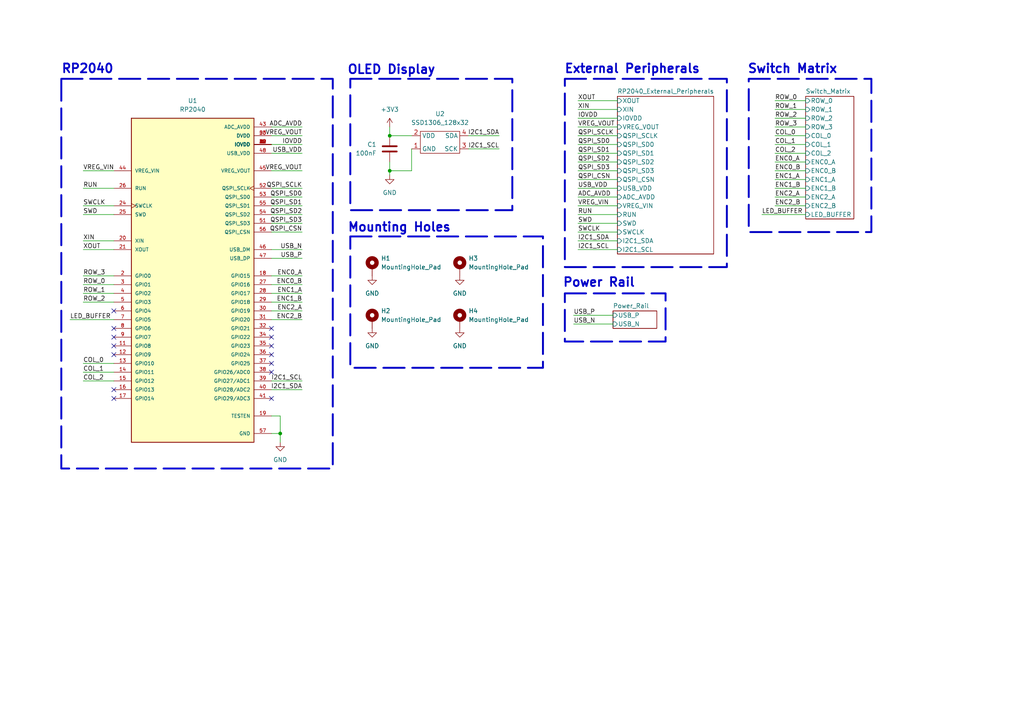
<source format=kicad_sch>
(kicad_sch (version 20231120) (generator "eeschema") (generator_version "8.0")
  (paper "A4")
  (title_block (title "RP2040_Macropad_3x3") (date "2025-08-30") (rev "V0_1") (company "Drag0th"))
  (lib_symbols
    (symbol "Device:C" (pin_numbers hide) (pin_names (offset 0.254))
      (property "Reference" "C" (at 0.635 2.54 0))
      (property "Value" "C" (at 0.635 -2.54 0))
      (symbol "C_0_1"
        (polyline (pts (xy -2.032 -0.762) (xy 2.032 -0.762)) (stroke (width 0.508)))
        (polyline (pts (xy -2.032 0.762) (xy 2.032 0.762)) (stroke (width 0.508)))
      )
      (symbol "C_1_1"
        (pin passive line (at 0 3.81 270) (length 2.794) (name "~") (number "1"))
        (pin passive line (at 0 -3.81 90) (length 2.794) (name "~") (number "2"))
      )
    )
    (symbol "KSZ_KiCad_Symbol_Library:RP2040" (pin_names (offset 1.016))
      (property "Reference" "U" (at -17.78 50.8 0))
      (property "Value" "RP2040" (at -17.78 -48.26 0))
      (symbol "RP2040_0_0"
        (rectangle (start -17.78 -45.72) (end 17.78 48.26) (stroke (width 0.254)) (fill (type background)))
        (pin power_in line (at 22.86 40.64 180) (length 5.08) (name "IOVDD") (number "1"))
        (pin power_in line (at 22.86 40.64 180) (length 5.08) (name "IOVDD") (number "10"))
        (pin bidirectional line (at -22.86 -17.78 0) (length 5.08) (name "GPIO8") (number "11"))
        (pin bidirectional line (at -22.86 -20.32 0) (length 5.08) (name "GPIO9") (number "12"))
        (pin bidirectional line (at -22.86 -22.86 0) (length 5.08) (name "GPIO10") (number "13"))
        (pin bidirectional line (at -22.86 -25.4 0) (length 5.08) (name "GPIO11") (number "14"))
        (pin bidirectional line (at -22.86 -27.94 0) (length 5.08) (name "GPIO12") (number "15"))
        (pin bidirectional line (at -22.86 -30.48 0) (length 5.08) (name "GPIO13") (number "16"))
        (pin bidirectional line (at -22.86 -33.02 0) (length 5.08) (name "GPIO14") (number "17"))
        (pin bidirectional line (at 22.86 2.54 180) (length 5.08) (name "GPIO15") (number "18"))
        (pin passive line (at 22.86 -38.1 180) (length 5.08) (name "TESTEN") (number "19"))
        (pin bidirectional line (at -22.86 2.54 0) (length 5.08) (name "GPIO0") (number "2"))
        (pin input line (at -22.86 12.7 0) (length 5.08) (name "XIN") (number "20"))
        (pin output line (at -22.86 10.16 0) (length 5.08) (name "XOUT") (number "21"))
        (pin power_in line (at 22.86 40.64 180) (length 5.08) (name "IOVDD") (number "22"))
        (pin power_in line (at 22.86 43.18 180) (length 5.08) (name "DVDD") (number "23"))
        (pin input clock (at -22.86 22.86 0) (length 5.08) (name "SWCLK") (number "24"))
        (pin bidirectional line (at -22.86 20.32 0) (length 5.08) (name "SWD") (number "25"))
        (pin input line (at -22.86 27.94 0) (length 5.08) (name "RUN") (number "26"))
        (pin bidirectional line (at 22.86 0 180) (length 5.08) (name "GPIO16") (number "27"))
        (pin bidirectional line (at 22.86 -2.54 180) (length 5.08) (name "GPIO17") (number "28"))
        (pin bidirectional line (at 22.86 -5.08 180) (length 5.08) (name "GPIO18") (number "29"))
        (pin bidirectional line (at -22.86 0 0) (length 5.08) (name "GPIO1") (number "3"))
        (pin bidirectional line (at 22.86 -7.62 180) (length 5.08) (name "GPIO19") (number "30"))
        (pin bidirectional line (at 22.86 -10.16 180) (length 5.08) (name "GPIO20") (number "31"))
        (pin bidirectional line (at 22.86 -12.7 180) (length 5.08) (name "GPIO21") (number "32"))
        (pin power_in line (at 22.86 40.64 180) (length 5.08) (name "IOVDD") (number "33"))
        (pin bidirectional line (at 22.86 -15.24 180) (length 5.08) (name "GPIO22") (number "34"))
        (pin bidirectional line (at 22.86 -17.78 180) (length 5.08) (name "GPIO23") (number "35"))
        (pin bidirectional line (at 22.86 -20.32 180) (length 5.08) (name "GPIO24") (number "36"))
        (pin bidirectional line (at 22.86 -22.86 180) (length 5.08) (name "GPIO25") (number "37"))
        (pin bidirectional line (at 22.86 -25.4 180) (length 5.08) (name "GPIO26/ADC0") (number "38"))
        (pin bidirectional line (at 22.86 -27.94 180) (length 5.08) (name "GPIO27/ADC1") (number "39"))
        (pin bidirectional line (at -22.86 -2.54 0) (length 5.08) (name "GPIO2") (number "4"))
        (pin bidirectional line (at 22.86 -30.48 180) (length 5.08) (name "GPIO28/ADC2") (number "40"))
        (pin bidirectional line (at 22.86 -33.02 180) (length 5.08) (name "GPIO29/ADC3") (number "41"))
        (pin power_in line (at 22.86 40.64 180) (length 5.08) (name "IOVDD") (number "42"))
        (pin power_in line (at 22.86 45.72 180) (length 5.08) (name "ADC_AVDD") (number "43"))
        (pin input line (at -22.86 33.02 0) (length 5.08) (name "VREG_VIN") (number "44"))
        (pin bidirectional line (at 22.86 10.16 180) (length 5.08) (name "USB_DM") (number "46"))
        (pin bidirectional line (at 22.86 7.62 180) (length 5.08) (name "USB_DP") (number "47"))
        (pin power_in line (at 22.86 38.1 180) (length 5.08) (name "USB_VDD") (number "48"))
        (pin power_in line (at 22.86 40.64 180) (length 5.08) (name "IOVDD") (number "49"))
        (pin bidirectional line (at -22.86 -5.08 0) (length 5.08) (name "GPIO3") (number "5"))
        (pin power_in line (at 22.86 43.18 180) (length 5.08) (name "DVDD") (number "50"))
        (pin bidirectional line (at 22.86 17.78 180) (length 5.08) (name "QSPI_SD3") (number "51"))
        (pin bidirectional clock (at 22.86 27.94 180) (length 5.08) (name "QSPI_SCLK") (number "52"))
        (pin bidirectional line (at 22.86 25.4 180) (length 5.08) (name "QSPI_SD0") (number "53"))
        (pin bidirectional line (at 22.86 20.32 180) (length 5.08) (name "QSPI_SD2") (number "54"))
        (pin bidirectional line (at 22.86 22.86 180) (length 5.08) (name "QSPI_SD1") (number "55"))
        (pin bidirectional line (at 22.86 15.24 180) (length 5.08) (name "QSPI_CSN") (number "56"))
        (pin power_in line (at 22.86 -43.18 180) (length 5.08) (name "GND") (number "57"))
        (pin bidirectional line (at -22.86 -7.62 0) (length 5.08) (name "GPIO4") (number "6"))
        (pin bidirectional line (at -22.86 -10.16 0) (length 5.08) (name "GPIO5") (number "7"))
        (pin bidirectional line (at -22.86 -12.7 0) (length 5.08) (name "GPIO6") (number "8"))
        (pin bidirectional line (at -22.86 -15.24 0) (length 5.08) (name "GPIO7") (number "9"))
      )
      (symbol "RP2040_1_0"
        (pin passive line (at 22.86 33.02 180) (length 5.08) (name "VREG_VOUT") (number "45"))
      )
    )
    (symbol "KSZ_KiCad_Symbol_Library:SSD1306_128x32_Display_Module"
      (property "Reference" "U" (at 0.762 1.016 0))
      (property "Value" "SSD1306_128x32" (at 8.128 -7.62 0))
      (symbol "SSD1306_128x32_Display_Module_0_1"
        (rectangle (start 0 0) (end 11.43 -6.35))
      )
      (symbol "SSD1306_128x32_Display_Module_1_1"
        (pin input line (at -2.54 -5.08 0) (length 2.54) (name "GND") (number "1"))
        (pin input line (at -2.54 -1.27 0) (length 2.54) (name "VDD") (number "2"))
        (pin input line (at 13.97 -5.08 180) (length 2.54) (name "SCK") (number "3"))
        (pin input line (at 13.97 -1.27 180) (length 2.54) (name "SDA") (number "4"))
      )
    )
    (symbol "Mechanical:MountingHole_Pad" (pin_numbers hide) (pin_names (offset 1.016) hide) (exclude_from_sim yes) (in_bom no)
      (property "Reference" "H" (at 0 6.35 0))
      (property "Value" "MountingHole_Pad" (at 0 4.445 0))
      (symbol "MountingHole_Pad_0_1"
        (circle (center 0 1.27) (radius 1.27) (stroke (width 1.27)))
      )
      (symbol "MountingHole_Pad_1_1"
        (pin input line (at 0 -2.54 90) (length 2.54) (name "1") (number "1"))
      )
    )
    (symbol "power:+3V3" (power) (pin_numbers hide) (pin_names (offset 0) hide)
      (property "Value" "+3V3" (at 0 3.556 0))
      (symbol "+3V3_0_1"
        (polyline (pts (xy -0.762 1.27) (xy 0 2.54)))
        (polyline (pts (xy 0 0) (xy 0 2.54)))
        (polyline (pts (xy 0 2.54) (xy 0.762 1.27)))
      )
      (symbol "+3V3_1_1"
        (pin power_in line (at 0 0 90) (length 0) (name "~") (number "1"))
      )
    )
    (symbol "power:GND" (power) (pin_numbers hide) (pin_names (offset 0) hide)
      (property "Value" "GND" (at 0 -3.81 0))
      (symbol "GND_0_1"
        (polyline (pts (xy 0 0) (xy 0 -1.27) (xy 1.27 -1.27) (xy 0 -2.54) (xy -1.27 -1.27) (xy 0 -1.27)))
      )
      (symbol "GND_1_1"
        (pin power_in line (at 0 0 270) (length 0) (name "~") (number "1"))
      )
    )
  )
  (junction (at 81.28 125.73))
  (junction (at 113.03 49.53))
  (junction (at 113.03 39.37))
  (no_connect (at 78.74 102.87))
  (no_connect (at 78.74 95.25))
  (no_connect (at 78.74 115.57))
  (no_connect (at 78.74 100.33))
  (no_connect (at 33.02 100.33))
  (no_connect (at 78.74 107.95))
  (no_connect (at 33.02 90.17))
  (no_connect (at 33.02 102.87))
  (no_connect (at 33.02 115.57))
  (no_connect (at 33.02 95.25))
  (no_connect (at 78.74 97.79))
  (no_connect (at 78.74 105.41))
  (no_connect (at 33.02 113.03))
  (no_connect (at 33.02 97.79))
  (wire (pts (xy 24.13 80.01) (xy 33.02 80.01)))
  (wire (pts (xy 113.03 46.99) (xy 113.03 49.53)))
  (wire (pts (xy 144.78 43.18) (xy 135.89 43.18)))
  (wire (pts (xy 224.79 59.69) (xy 233.68 59.69)))
  (wire (pts (xy 167.64 67.31) (xy 179.07 67.31)))
  (wire (pts (xy 119.38 43.18) (xy 119.38 49.53)))
  (wire (pts (xy 119.38 49.53) (xy 113.03 49.53)))
  (wire (pts (xy 24.13 54.61) (xy 33.02 54.61)))
  (wire (pts (xy 224.79 46.99) (xy 233.68 46.99)))
  (wire (pts (xy 167.64 46.99) (xy 179.07 46.99)))
  (wire (pts (xy 224.79 41.91) (xy 233.68 41.91)))
  (wire (pts (xy 78.74 67.31) (xy 87.63 67.31)))
  (wire (pts (xy 113.03 49.53) (xy 113.03 50.8)))
  (wire (pts (xy 78.74 41.91) (xy 87.63 41.91)))
  (wire (pts (xy 78.74 59.69) (xy 87.63 59.69)))
  (wire (pts (xy 113.03 39.37) (xy 119.38 39.37)))
  (wire (pts (xy 167.64 31.75) (xy 179.07 31.75)))
  (wire (pts (xy 224.79 54.61) (xy 233.68 54.61)))
  (wire (pts (xy 78.74 72.39) (xy 87.63 72.39)))
  (wire (pts (xy 167.64 34.29) (xy 179.07 34.29)))
  (wire (pts (xy 167.64 72.39) (xy 179.07 72.39)))
  (wire (pts (xy 167.64 62.23) (xy 179.07 62.23)))
  (wire (pts (xy 167.64 49.53) (xy 179.07 49.53)))
  (wire (pts (xy 167.64 54.61) (xy 179.07 54.61)))
  (wire (pts (xy 167.64 44.45) (xy 179.07 44.45)))
  (wire (pts (xy 24.13 49.53) (xy 33.02 49.53)))
  (wire (pts (xy 78.74 80.01) (xy 87.63 80.01)))
  (wire (pts (xy 78.74 82.55) (xy 87.63 82.55)))
  (wire (pts (xy 224.79 36.83) (xy 233.68 36.83)))
  (wire (pts (xy 24.13 69.85) (xy 33.02 69.85)))
  (wire (pts (xy 113.03 36.83) (xy 113.03 39.37)))
  (wire (pts (xy 24.13 82.55) (xy 33.02 82.55)))
  (wire (pts (xy 24.13 110.49) (xy 33.02 110.49)))
  (wire (pts (xy 224.79 44.45) (xy 233.68 44.45)))
  (wire (pts (xy 24.13 59.69) (xy 33.02 59.69)))
  (wire (pts (xy 224.79 49.53) (xy 233.68 49.53)))
  (wire (pts (xy 24.13 107.95) (xy 33.02 107.95)))
  (wire (pts (xy 24.13 85.09) (xy 33.02 85.09)))
  (wire (pts (xy 78.74 64.77) (xy 87.63 64.77)))
  (wire (pts (xy 224.79 29.21) (xy 233.68 29.21)))
  (wire (pts (xy 224.79 39.37) (xy 233.68 39.37)))
  (wire (pts (xy 167.64 64.77) (xy 179.07 64.77)))
  (wire (pts (xy 78.74 44.45) (xy 87.63 44.45)))
  (wire (pts (xy 167.64 36.83) (xy 179.07 36.83)))
  (wire (pts (xy 167.64 39.37) (xy 179.07 39.37)))
  (wire (pts (xy 24.13 87.63) (xy 33.02 87.63)))
  (wire (pts (xy 166.37 93.98) (xy 177.8 93.98)))
  (wire (pts (xy 24.13 105.41) (xy 33.02 105.41)))
  (wire (pts (xy 78.74 74.93) (xy 87.63 74.93)))
  (wire (pts (xy 167.64 41.91) (xy 179.07 41.91)))
  (wire (pts (xy 220.98 62.23) (xy 233.68 62.23)))
  (wire (pts (xy 78.74 92.71) (xy 87.63 92.71)))
  (wire (pts (xy 87.63 110.49) (xy 78.74 110.49)))
  (wire (pts (xy 78.74 125.73) (xy 81.28 125.73)))
  (wire (pts (xy 78.74 54.61) (xy 87.63 54.61)))
  (wire (pts (xy 144.78 39.37) (xy 135.89 39.37)))
  (wire (pts (xy 167.64 69.85) (xy 179.07 69.85)))
  (wire (pts (xy 224.79 34.29) (xy 233.68 34.29)))
  (wire (pts (xy 78.74 120.65) (xy 81.28 120.65)))
  (wire (pts (xy 24.13 62.23) (xy 33.02 62.23)))
  (wire (pts (xy 78.74 62.23) (xy 87.63 62.23)))
  (wire (pts (xy 167.64 29.21) (xy 179.07 29.21)))
  (wire (pts (xy 78.74 49.53) (xy 87.63 49.53)))
  (wire (pts (xy 24.13 72.39) (xy 33.02 72.39)))
  (wire (pts (xy 78.74 87.63) (xy 87.63 87.63)))
  (wire (pts (xy 224.79 57.15) (xy 233.68 57.15)))
  (wire (pts (xy 78.74 90.17) (xy 87.63 90.17)))
  (wire (pts (xy 224.79 52.07) (xy 233.68 52.07)))
  (wire (pts (xy 167.64 59.69) (xy 179.07 59.69)))
  (wire (pts (xy 81.28 120.65) (xy 81.28 125.73)))
  (wire (pts (xy 33.02 92.71) (xy 20.32 92.71)))
  (wire (pts (xy 78.74 57.15) (xy 87.63 57.15)))
  (wire (pts (xy 224.79 31.75) (xy 233.68 31.75)))
  (wire (pts (xy 87.63 113.03) (xy 78.74 113.03)))
  (wire (pts (xy 167.64 57.15) (xy 179.07 57.15)))
  (wire (pts (xy 166.37 91.44) (xy 177.8 91.44)))
  (wire (pts (xy 78.74 85.09) (xy 87.63 85.09)))
  (wire (pts (xy 81.28 125.73) (xy 81.28 128.27)))
  (wire (pts (xy 167.64 52.07) (xy 179.07 52.07)))
  (wire (pts (xy 78.74 36.83) (xy 87.63 36.83)))
  (wire (pts (xy 78.74 39.37) (xy 87.63 39.37)))
  (rectangle (start 101.6 22.86) (end 148.59 60.96) (stroke (width 0.5588) (type dash)))
  (rectangle (start 163.83 22.86) (end 210.82 77.47) (stroke (width 0.5588) (type dash)))
  (rectangle (start 17.78 22.86) (end 96.52 135.89) (stroke (width 0.5588) (type dash)))
  (rectangle (start 163.83 85.09) (end 193.04 99.06) (stroke (width 0.5588) (type dash)))
  (rectangle (start 217.17 22.86) (end 252.73 67.31) (stroke (width 0.5588) (type dash)))
  (rectangle (start 101.6 68.58) (end 157.48 106.68) (stroke (width 0.5588) (type dash)))
  (text "OLED Display" (at 113.538 20.32 0) (effects (font (size 2.54 2.54) (thickness 0.508) (bold yes))))
  (text "RP2040" (at 25.4 20.066 0) (effects (font (size 2.54 2.54) (thickness 0.508) (bold yes))))
  (text "External Peripherals" (at 183.388 20.066 0) (effects (font (size 2.54 2.54) (thickness 0.508) (bold yes))))
  (text "Switch Matrix" (at 229.87 20.066 0) (effects (font (size 2.54 2.54) (thickness 0.508) (bold yes))))
  (text "Mounting Holes" (at 115.824 66.04 0) (effects (font (size 2.54 2.54) (thickness 0.508) (bold yes))))
  (text "Power Rail" (at 173.736 82.042 0) (effects (font (size 2.54 2.54) (thickness 0.508) (bold yes))))
  (label "QSPI_SD2" (at 167.64 46.99 0))
  (label "ENC0_B" (at 87.63 82.55 180))
  (label "COL_0" (at 24.13 105.41 0))
  (label "IOVDD" (at 167.64 34.29 0))
  (label "QSPI_SD0" (at 87.63 57.15 180))
  (label "USB_VDD" (at 87.63 44.45 180))
  (label "QSPI_SD2" (at 87.63 62.23 180))
  (label "QSPI_SD1" (at 167.64 44.45 0))
  (label "COL_1" (at 24.13 107.95 0))
  (label "ENC0_A" (at 87.63 80.01 180))
  (label "XOUT" (at 24.13 72.39 0))
  (label "I2C1_SCL" (at 144.78 43.18 180))
  (label "ENC2_B" (at 224.79 59.69 0))
  (label "LED_BUFFER" (at 220.98 62.23 0))
  (label "I2C1_SCL" (at 87.63 110.49 180))
  (label "IOVDD" (at 87.63 41.91 180))
  (label "ROW_1" (at 24.13 85.09 0))
  (label "ROW_1" (at 224.79 31.75 0))
  (label "SWD" (at 24.13 62.23 0))
  (label "USB_P" (at 166.37 91.44 0))
  (label "QSPI_SCLK" (at 167.64 39.37 0))
  (label "I2C1_SDA" (at 87.63 113.03 180))
  (label "ENC2_A" (at 87.63 90.17 180))
  (label "ROW_2" (at 224.79 34.29 0))
  (label "I2C1_SDA" (at 167.64 69.85 0))
  (label "QSPI_CSN" (at 87.63 67.31 180))
  (label "ENC2_B" (at 87.63 92.71 180))
  (label "COL_2" (at 224.79 44.45 0))
  (label "USB_N" (at 87.63 72.39 180))
  (label "ENC1_B" (at 224.79 54.61 0))
  (label "VREG_VOUT" (at 87.63 49.53 180))
  (label "ROW_3" (at 24.13 80.01 0))
  (label "XIN" (at 167.64 31.75 0))
  (label "QSPI_SD3" (at 87.63 64.77 180))
  (label "ADC_AVDD" (at 167.64 57.15 0))
  (label "LED_BUFFER" (at 20.32 92.71 0))
  (label "ENC2_A" (at 224.79 57.15 0))
  (label "COL_2" (at 24.13 110.49 0))
  (label "ENC0_B" (at 224.79 49.53 0))
  (label "ENC1_A" (at 224.79 52.07 0))
  (label "ENC1_A" (at 87.63 85.09 180))
  (label "RUN" (at 24.13 54.61 0))
  (label "QSPI_SD1" (at 87.63 59.69 180))
  (label "RUN" (at 167.64 62.23 0))
  (label "ROW_2" (at 24.13 87.63 0))
  (label "QSPI_SD3" (at 167.64 49.53 0))
  (label "XOUT" (at 167.64 29.21 0))
  (label "QSPI_SD0" (at 167.64 41.91 0))
  (label "VREG_VOUT" (at 167.64 36.83 0))
  (label "ROW_0" (at 224.79 29.21 0))
  (label "USB_P" (at 87.63 74.93 180))
  (label "ENC0_A" (at 224.79 46.99 0))
  (label "SWCLK" (at 167.64 67.31 0))
  (label "VREG_VIN" (at 167.64 59.69 0))
  (label "SWD" (at 167.64 64.77 0))
  (label "ROW_3" (at 224.79 36.83 0))
  (label "I2C1_SCL" (at 167.64 72.39 0))
  (label "ROW_0" (at 24.13 82.55 0))
  (label "VREG_VOUT" (at 87.63 39.37 180))
  (label "XIN" (at 24.13 69.85 0))
  (label "QSPI_SCLK" (at 87.63 54.61 180))
  (label "COL_0" (at 224.79 39.37 0))
  (label "QSPI_CSN" (at 167.64 52.07 0))
  (label "SWCLK" (at 24.13 59.69 0))
  (label "COL_1" (at 224.79 41.91 0))
  (label "USB_N" (at 166.37 93.98 0))
  (label "VREG_VIN" (at 24.13 49.53 0))
  (label "ADC_AVDD" (at 87.63 36.83 180))
  (label "ENC1_B" (at 87.63 87.63 180))
  (label "I2C1_SDA" (at 144.78 39.37 180))
  (label "USB_VDD" (at 167.64 54.61 0))
  (symbol (lib_id "power:GND") (at 133.35 95.25 0) (unit 1)
    (property "Reference" "#PWR096" (effects (hide yes)))
    (property "Value" "GND" (at 133.35 100.33 0))
    (property "Description" "Power symbol creates a global label with name \"GND\" , ground" (effects (hide yes)))
  )
  (symbol (lib_id "power:+3V3") (at 113.03 36.83 0) (unit 1)
    (property "Reference" "#PWR090" (effects (hide yes)))
    (property "Value" "+3V3" (at 113.03 31.75 0))
    (property "Description" "Power symbol creates a global label with name \"+3V3\"" (effects (hide yes)))
  )
  (symbol (lib_id "Device:C") (at 113.03 43.18 0) (mirror x) (unit 1)
    (property "Reference" "C1" (at 109.22 41.9099 0) (effects (justify right)))
    (property "Value" "100nF" (at 109.22 44.4499 0) (effects (justify right)))
    (property "Footprint" "Capacitor_SMD:C_0603_1608Metric_Pad1.08x0.95mm_HandSolder" (effects (hide yes)))
    (property "Description" "Unpolarized capacitor" (effects (hide yes)))
  )
  (symbol (lib_id "power:GND") (at 81.28 128.27 0) (unit 1)
    (property "Reference" "#PWR034" (effects (hide yes)))
    (property "Value" "GND" (at 81.28 133.35 0))
    (property "Description" "Power symbol creates a global label with name \"GND\" , ground" (effects (hide yes)))
  )
  (symbol (lib_id "KSZ_KiCad_Symbol_Library:SSD1306_128x32_Display_Module") (at 121.92 38.1 0) (unit 1)
    (property "Reference" "U2" (at 127.635 33.02 0))
    (property "Value" "SSD1306_128x32" (at 127.635 35.56 0))
    (property "Footprint" "KSZ_KiCad_Footprint_Library:SSD1306_128x32_Display_Module" (effects (hide yes)))
  )
  (symbol (lib_id "Mechanical:MountingHole_Pad") (at 133.35 77.47 0) (unit 1) (exclude_from_sim yes) (in_bom no)
    (property "Reference" "H3" (at 135.89 74.9299 0) (effects (justify left)))
    (property "Value" "MountingHole_Pad" (at 135.89 77.4699 0) (effects (justify left)))
    (property "Footprint" "MountingHole:MountingHole_3.2mm_M3_Pad" (effects (hide yes)))
    (property "Description" "Mounting Hole with connection" (effects (hide yes)))
  )
  (symbol (lib_id "KSZ_KiCad_Symbol_Library:RP2040") (at 55.88 82.55 0) (unit 1)
    (property "Reference" "U1" (at 55.88 29.21 0))
    (property "Value" "RP2040" (at 55.88 31.75 0))
    (property "Footprint" "KSZ_KiCad_Footprint_Library:QFN40P700X700X90-57N" (effects (hide yes)))
    (property "MF" "Raspberry Pi" (effects (hide yes)))
    (property "MAXIMUM_PACKAGE_HEIGHT" "0.9 mm" (effects (hide yes)))
    (property "Package" "None" (effects (hide yes)))
    (property "Price" "None" (effects (hide yes)))
    (property "Check_prices" "https://www.snapeda.com/parts/RP2040/Raspberry+Pi/view-part/?ref=eda" (effects (hide yes)))
    (property "STANDARD" "IPC 7351B" (effects (hide yes)))
    (property "PARTREV" "1.6.1" (effects (hide yes)))
    (property "SnapEDA_Link" "https://www.snapeda.com/parts/RP2040/Raspberry+Pi/view-part/?ref=snap" (effects (hide yes)))
    (property "MP" "RP2040" (effects (hide yes)))
    (property "Description_1" "\n                        \n                            RP2040 chip for Raspberry Pi Pico - ARM® Cortex®-M0+ MCU 32-Bit\n                        \n" (effects (hide yes)))
    (property "Availability" "In Stock" (effects (hide yes)))
    (property "MANUFACTURER" "Raspberry Pi" (effects (hide yes)))
  )
  (symbol (lib_id "power:GND") (at 107.95 95.25 0) (unit 1)
    (property "Reference" "#PWR095" (effects (hide yes)))
    (property "Value" "GND" (at 107.95 100.33 0))
    (property "Description" "Power symbol creates a global label with name \"GND\" , ground" (effects (hide yes)))
  )
  (symbol (lib_id "Mechanical:MountingHole_Pad") (at 107.95 77.47 0) (unit 1) (exclude_from_sim yes) (in_bom no)
    (property "Reference" "H1" (at 110.49 74.9299 0) (effects (justify left)))
    (property "Value" "MountingHole_Pad" (at 110.49 77.4699 0) (effects (justify left)))
    (property "Footprint" "MountingHole:MountingHole_3.2mm_M3_Pad" (effects (hide yes)))
    (property "Description" "Mounting Hole with connection" (effects (hide yes)))
  )
  (symbol (lib_id "power:GND") (at 107.95 80.01 0) (unit 1)
    (property "Reference" "#PWR093" (effects (hide yes)))
    (property "Value" "GND" (at 107.95 85.09 0))
    (property "Description" "Power symbol creates a global label with name \"GND\" , ground" (effects (hide yes)))
  )
  (symbol (lib_id "power:GND") (at 133.35 80.01 0) (unit 1)
    (property "Reference" "#PWR094" (effects (hide yes)))
    (property "Value" "GND" (at 133.35 85.09 0))
    (property "Description" "Power symbol creates a global label with name \"GND\" , ground" (effects (hide yes)))
  )
  (symbol (lib_id "Mechanical:MountingHole_Pad") (at 133.35 92.71 0) (unit 1) (exclude_from_sim yes) (in_bom no)
    (property "Reference" "H4" (at 135.89 90.1699 0) (effects (justify left)))
    (property "Value" "MountingHole_Pad" (at 135.89 92.7099 0) (effects (justify left)))
    (property "Footprint" "MountingHole:MountingHole_3.2mm_M3_Pad" (effects (hide yes)))
    (property "Description" "Mounting Hole with connection" (effects (hide yes)))
  )
  (symbol (lib_id "Mechanical:MountingHole_Pad") (at 107.95 92.71 0) (unit 1) (exclude_from_sim yes) (in_bom no)
    (property "Reference" "H2" (at 110.49 90.1699 0) (effects (justify left)))
    (property "Value" "MountingHole_Pad" (at 110.49 92.7099 0) (effects (justify left)))
    (property "Footprint" "MountingHole:MountingHole_3.2mm_M3_Pad" (effects (hide yes)))
    (property "Description" "Mounting Hole with connection" (effects (hide yes)))
  )
  (symbol (lib_id "power:GND") (at 113.03 50.8 0) (unit 1)
    (property "Reference" "#PWR091" (effects (hide yes)))
    (property "Value" "GND" (at 113.03 55.88 0))
    (property "Description" "Power symbol creates a global label with name \"GND\" , ground" (effects (hide yes)))
  )
  (sheet (at 233.68 27.94) (size 13.97 35.56) (stroke (width 0.1524))
    (property "Sheetname" "Switch_Matrix" (at 233.68 27.2284 0) (effects (justify left bottom)))
    (property "Sheetfile" "Switch_Matrix.kicad_sch" (effects (hide yes)))
    (pin "COL_2" input (at 233.68 44.45 180))
    (pin "COL_1" input (at 233.68 41.91 180))
    (pin "COL_0" input (at 233.68 39.37 180))
    (pin "ROW_0" input (at 233.68 29.21 180))
    (pin "ROW_1" input (at 233.68 31.75 180))
    (pin "ROW_2" input (at 233.68 34.29 180))
    (pin "ENC2_B" input (at 233.68 59.69 180))
    (pin "ENC2_A" input (at 233.68 57.15 180))
    (pin "ENC1_A" input (at 233.68 52.07 180))
    (pin "ENC1_B" input (at 233.68 54.61 180))
    (pin "ENC0_B" input (at 233.68 49.53 180))
    (pin "ENC0_A" input (at 233.68 46.99 180))
    (pin "ROW_3" input (at 233.68 36.83 180))
    (pin "LED_BUFFER" input (at 233.68 62.23 180))
  )
  (sheet (at 177.8 90.17) (size 12.7 5.08) (stroke (width 0.1524))
    (property "Sheetname" "Power_Rail" (at 177.8 89.4584 0) (effects (justify left bottom)))
    (property "Sheetfile" "Power_Rail.kicad_sch" (effects (hide yes)))
    (pin "USB_P" input (at 177.8 91.44 180))
    (pin "USB_N" input (at 177.8 93.98 180))
  )
  (sheet (at 179.07 27.94) (size 27.94 45.72) (stroke (width 0.1524))
    (property "Sheetname" "RP2040_External_Peripherals" (at 179.07 27.2284 0) (effects (justify left bottom)))
    (property "Sheetfile" "RP2040_External_Peripherals.kicad_sch" (effects (hide yes)))
    (pin "XOUT" input (at 179.07 29.21 180))
    (pin "XIN" input (at 179.07 31.75 180))
    (pin "IOVDD" input (at 179.07 34.29 180))
    (pin "VREG_VOUT" input (at 179.07 36.83 180))
    (pin "QSPI_SCLK" input (at 179.07 39.37 180))
    (pin "QSPI_SD3" input (at 179.07 49.53 180))
    (pin "QSPI_SD0" input (at 179.07 41.91 180))
    (pin "QSPI_SD1" input (at 179.07 44.45 180))
    (pin "QSPI_SD2" input (at 179.07 46.99 180))
    (pin "QSPI_CSN" input (at 179.07 52.07 180))
    (pin "USB_VDD" input (at 179.07 54.61 180))
    (pin "ADC_AVDD" input (at 179.07 57.15 180))
    (pin "VREG_VIN" input (at 179.07 59.69 180))
    (pin "RUN" input (at 179.07 62.23 180))
    (pin "SWD" input (at 179.07 64.77 180))
    (pin "SWCLK" input (at 179.07 67.31 180))
    (pin "I2C1_SCL" input (at 179.07 72.39 180))
    (pin "I2C1_SDA" input (at 179.07 69.85 180))
  )
)
</source>
